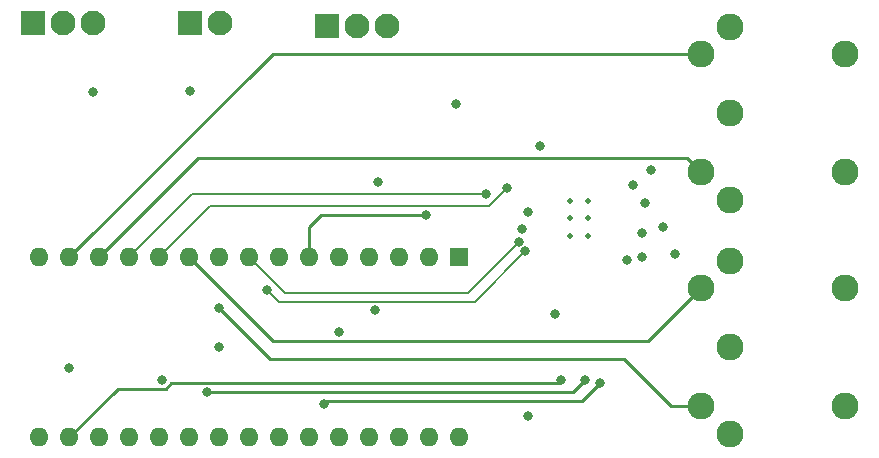
<source format=gbr>
%TF.GenerationSoftware,KiCad,Pcbnew,(6.0.10)*%
%TF.CreationDate,2023-02-04T01:48:26-05:00*%
%TF.ProjectId,lin-valve-control,6c696e2d-7661-46c7-9665-2d636f6e7472,rev?*%
%TF.SameCoordinates,Original*%
%TF.FileFunction,Copper,L3,Inr*%
%TF.FilePolarity,Positive*%
%FSLAX46Y46*%
G04 Gerber Fmt 4.6, Leading zero omitted, Abs format (unit mm)*
G04 Created by KiCad (PCBNEW (6.0.10)) date 2023-02-04 01:48:26*
%MOMM*%
%LPD*%
G01*
G04 APERTURE LIST*
%TA.AperFunction,ComponentPad*%
%ADD10R,1.600000X1.600000*%
%TD*%
%TA.AperFunction,ComponentPad*%
%ADD11O,1.600000X1.600000*%
%TD*%
%TA.AperFunction,ComponentPad*%
%ADD12C,0.500000*%
%TD*%
%TA.AperFunction,ComponentPad*%
%ADD13C,2.100000*%
%TD*%
%TA.AperFunction,ComponentPad*%
%ADD14R,2.100000X2.100000*%
%TD*%
%TA.AperFunction,ComponentPad*%
%ADD15C,2.286000*%
%TD*%
%TA.AperFunction,ViaPad*%
%ADD16C,0.800000*%
%TD*%
%TA.AperFunction,Conductor*%
%ADD17C,0.250000*%
%TD*%
%TA.AperFunction,Conductor*%
%ADD18C,0.200000*%
%TD*%
G04 APERTURE END LIST*
D10*
%TO.N,TXD*%
%TO.C,U1*%
X194818000Y-82814000D03*
D11*
%TO.N,RXD*%
X192278000Y-82814000D03*
%TO.N,unconnected-(U1-Pad3)*%
X189738000Y-82814000D03*
%TO.N,GND*%
X187198000Y-82814000D03*
%TO.N,~{LIN_SLP}*%
X184658000Y-82814000D03*
%TO.N,~{LIN_WAKE}*%
X182118000Y-82814000D03*
%TO.N,VALVE_IN1+*%
X179578000Y-82814000D03*
%TO.N,VALVE_IN1-*%
X177038000Y-82814000D03*
%TO.N,VALVE1_CLOSED*%
X174498000Y-82814000D03*
%TO.N,VALVE1_OPEN*%
X171958000Y-82814000D03*
%TO.N,VALVE_IN2+*%
X169418000Y-82814000D03*
%TO.N,VALVE_IN2-*%
X166878000Y-82814000D03*
%TO.N,VALVE2_CLOSED*%
X164338000Y-82814000D03*
%TO.N,VALVE2_OPEN*%
X161798000Y-82814000D03*
%TO.N,FLOW_PULSE*%
X159258000Y-82814000D03*
%TO.N,~{MOTOR_FAULT}*%
X159258000Y-98054000D03*
%TO.N,+3V3*%
X161798000Y-98054000D03*
%TO.N,+5V*%
X164338000Y-98054000D03*
%TO.N,MOTOR_EN*%
X166878000Y-98054000D03*
%TO.N,unconnected-(U1-Pad20)*%
X169418000Y-98054000D03*
%TO.N,unconnected-(U1-Pad21)*%
X171958000Y-98054000D03*
%TO.N,unconnected-(U1-Pad22)*%
X174498000Y-98054000D03*
%TO.N,SDA5*%
X177038000Y-98054000D03*
%TO.N,SCL5*%
X179578000Y-98054000D03*
%TO.N,unconnected-(U1-Pad25)*%
X182118000Y-98054000D03*
%TO.N,COOLANT_NTC*%
X184658000Y-98054000D03*
%TO.N,+5V*%
X187198000Y-98054000D03*
%TO.N,unconnected-(U1-Pad28)*%
X189738000Y-98054000D03*
%TO.N,GND*%
X192278000Y-98054000D03*
%TO.N,+12V*%
X194818000Y-98054000D03*
%TD*%
D12*
%TO.N,GND*%
%TO.C,U3*%
X204228000Y-79502000D03*
X204228000Y-78002000D03*
X205728000Y-79502000D03*
X204228000Y-81002000D03*
X205728000Y-78002000D03*
X205728000Y-81002000D03*
%TD*%
D13*
%TO.N,FLOW_PULSE*%
%TO.C,J5*%
X163830000Y-62992000D03*
%TO.N,GND*%
X161290000Y-62992000D03*
D14*
%TO.N,+12V*%
X158750000Y-62992000D03*
%TD*%
D13*
%TO.N,GND*%
%TO.C,J4*%
X174582000Y-62992000D03*
D14*
%TO.N,COOLANT_NTC*%
X172042000Y-62992000D03*
%TD*%
D15*
%TO.N,N/C*%
%TO.C,J3*%
X227459540Y-85425280D03*
X227459540Y-95422720D03*
%TO.N,VALVE1_CLOSED*%
X215259920Y-95422720D03*
%TO.N,VALVE1_OPEN*%
X215259920Y-85425280D03*
%TO.N,VALVE1-*%
X217759280Y-97723960D03*
%TO.N,GND*%
X217759280Y-90424000D03*
%TO.N,VALVE1+*%
X217759280Y-83124040D03*
%TD*%
%TO.N,VALVE2+*%
%TO.C,J2*%
X217759280Y-63312040D03*
%TO.N,GND*%
X217759280Y-70612000D03*
%TO.N,VALVE2-*%
X217759280Y-77911960D03*
%TO.N,VALVE2_OPEN*%
X215259920Y-65613280D03*
%TO.N,VALVE2_CLOSED*%
X215259920Y-75610720D03*
%TO.N,N/C*%
X227459540Y-75610720D03*
X227459540Y-65613280D03*
%TD*%
D13*
%TO.N,LIN*%
%TO.C,J6*%
X188722000Y-63246000D03*
%TO.N,GND*%
X186182000Y-63246000D03*
D14*
%TO.N,+12V*%
X183642000Y-63246000D03*
%TD*%
D16*
%TO.N,+5V*%
X187674000Y-87251500D03*
%TO.N,COOLANT_NTC*%
X184658000Y-89154000D03*
X172042000Y-68750000D03*
%TO.N,FLOW_PULSE*%
X163830000Y-68834000D03*
%TO.N,+12V*%
X200660000Y-78994000D03*
%TO.N,+5V*%
X174498000Y-90424000D03*
%TO.N,SCL*%
X206756000Y-93472000D03*
X183388000Y-95250000D03*
%TO.N,SDA*%
X205486000Y-93218000D03*
X173482000Y-94234000D03*
%TO.N,+3V3*%
X203454000Y-93218000D03*
%TO.N,GND*%
X200660000Y-96266000D03*
X194564000Y-69850000D03*
%TO.N,~{LIN_WAKE}*%
X192024000Y-79248000D03*
%TO.N,RXD*%
X187960000Y-76454000D03*
%TO.N,VALVE_IN1+*%
X200406000Y-82296000D03*
%TO.N,VALVE_IN1-*%
X199898000Y-81534000D03*
%TO.N,VALVE_IN2+*%
X198882000Y-76962000D03*
%TO.N,VALVE_IN2-*%
X197104000Y-77470000D03*
%TO.N,MOTOR_EN*%
X169672000Y-93218000D03*
%TO.N,~{MOTOR_FAULT}*%
X161798000Y-92202000D03*
%TO.N,VALVE_IN1+*%
X178562000Y-85598000D03*
%TO.N,VALVE1_CLOSED*%
X174498000Y-87122000D03*
%TO.N,Net-(C3-Pad1)*%
X200152000Y-80427500D03*
%TO.N,~{MOTOR_FAULT}*%
X209550000Y-76708000D03*
%TO.N,MOTOR_EN*%
X209042000Y-83058000D03*
%TO.N,GND*%
X202946000Y-87630000D03*
%TO.N,Net-(R5-Pad1)*%
X210312000Y-80772000D03*
X210312000Y-82804000D03*
%TO.N,GND*%
X201676000Y-73406000D03*
%TO.N,Net-(R7-Pad1)*%
X211074000Y-75438000D03*
X210566000Y-78232000D03*
%TO.N,VALVE1-*%
X213106000Y-82550000D03*
X212090000Y-80264000D03*
%TD*%
D17*
%TO.N,SCL*%
X205232000Y-94996000D02*
X206756000Y-93472000D01*
X183642000Y-94996000D02*
X205232000Y-94996000D01*
X183388000Y-95250000D02*
X183642000Y-94996000D01*
%TO.N,SDA*%
X204470000Y-94234000D02*
X205486000Y-93218000D01*
X173482000Y-94234000D02*
X204470000Y-94234000D01*
%TO.N,+3V3*%
X169972305Y-93943000D02*
X165909000Y-93943000D01*
X170443305Y-93472000D02*
X169972305Y-93943000D01*
X203200000Y-93472000D02*
X170443305Y-93472000D01*
X203454000Y-93218000D02*
X203200000Y-93472000D01*
X165909000Y-93943000D02*
X161798000Y-98054000D01*
%TO.N,VALVE1_CLOSED*%
X212770720Y-95422720D02*
X215259920Y-95422720D01*
X178816000Y-91440000D02*
X208788000Y-91440000D01*
X208788000Y-91440000D02*
X212770720Y-95422720D01*
X174498000Y-87122000D02*
X178816000Y-91440000D01*
%TO.N,~{LIN_WAKE}*%
X182118000Y-80264000D02*
X182118000Y-82814000D01*
X183134000Y-79248000D02*
X182118000Y-80264000D01*
X192024000Y-79248000D02*
X183134000Y-79248000D01*
D18*
%TO.N,VALVE_IN1-*%
X180076000Y-85852000D02*
X177038000Y-82814000D01*
X195580000Y-85852000D02*
X180076000Y-85852000D01*
X199898000Y-81534000D02*
X195580000Y-85852000D01*
%TO.N,VALVE_IN1+*%
X196150000Y-86552000D02*
X200406000Y-82296000D01*
X179516000Y-86552000D02*
X196150000Y-86552000D01*
X178562000Y-85598000D02*
X179516000Y-86552000D01*
%TO.N,VALVE_IN2+*%
X197358000Y-78486000D02*
X198882000Y-76962000D01*
X174244000Y-78486000D02*
X197358000Y-78486000D01*
%TO.N,VALVE_IN2-*%
X197104000Y-77470000D02*
X172222000Y-77470000D01*
X172222000Y-77470000D02*
X166878000Y-82814000D01*
%TO.N,VALVE_IN2+*%
X173746000Y-78486000D02*
X174244000Y-78486000D01*
X169418000Y-82814000D02*
X173746000Y-78486000D01*
D17*
%TO.N,VALVE2_CLOSED*%
X214071200Y-74422000D02*
X172730000Y-74422000D01*
X172730000Y-74422000D02*
X164338000Y-82814000D01*
X215259920Y-75610720D02*
X214071200Y-74422000D01*
%TO.N,VALVE2_OPEN*%
X215259920Y-65613280D02*
X178998720Y-65613280D01*
X178998720Y-65613280D02*
X161798000Y-82814000D01*
%TO.N,VALVE1_OPEN*%
X179060000Y-89916000D02*
X171958000Y-82814000D01*
X210769200Y-89916000D02*
X179060000Y-89916000D01*
X215259920Y-85425280D02*
X210769200Y-89916000D01*
%TD*%
M02*

</source>
